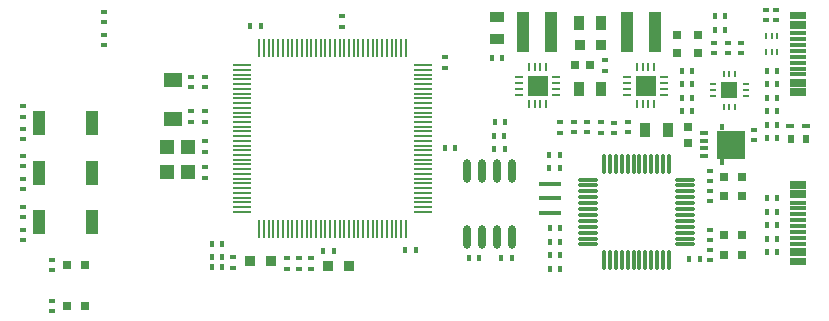
<source format=gtp>
G04*
G04 #@! TF.GenerationSoftware,Altium Limited,Altium Designer,21.1.1 (26)*
G04*
G04 Layer_Color=8421504*
%FSLAX25Y25*%
%MOIN*%
G70*
G04*
G04 #@! TF.SameCoordinates,7EEBE310-2877-491A-A4CC-80A9302AE9BF*
G04*
G04*
G04 #@! TF.FilePolarity,Positive*
G04*
G01*
G75*
%ADD22R,0.01968X0.01575*%
%ADD23R,0.04134X0.07874*%
%ADD24R,0.01575X0.01968*%
%ADD25R,0.02953X0.01575*%
%ADD26R,0.09449X0.09646*%
%ADD27R,0.01575X0.02087*%
%ADD28R,0.02953X0.03150*%
%ADD29O,0.07087X0.01100*%
%ADD30O,0.01100X0.07087*%
%ADD31R,0.06693X0.06693*%
%ADD32R,0.03150X0.00984*%
%ADD33R,0.00984X0.03150*%
%ADD34R,0.02559X0.01181*%
%ADD35R,0.02165X0.03150*%
G04:AMPARAMS|DCode=36|XSize=15.75mil|YSize=74.8mil|CornerRadius=3.94mil|HoleSize=0mil|Usage=FLASHONLY|Rotation=270.000|XOffset=0mil|YOffset=0mil|HoleType=Round|Shape=RoundedRectangle|*
%AMROUNDEDRECTD36*
21,1,0.01575,0.06693,0,0,270.0*
21,1,0.00787,0.07480,0,0,270.0*
1,1,0.00787,-0.03347,-0.00394*
1,1,0.00787,-0.03347,0.00394*
1,1,0.00787,0.03347,0.00394*
1,1,0.00787,0.03347,-0.00394*
%
%ADD36ROUNDEDRECTD36*%
%ADD37R,0.03858X0.13386*%
%ADD38R,0.03150X0.02953*%
%ADD39R,0.00984X0.02362*%
%ADD40R,0.02362X0.00984*%
%ADD41R,0.05709X0.05709*%
%ADD42R,0.05000X0.03500*%
%ADD43R,0.03500X0.05000*%
%ADD44R,0.03000X0.03000*%
%ADD45R,0.03000X0.03000*%
%ADD46R,0.03500X0.03500*%
%ADD47O,0.00906X0.06299*%
%ADD48O,0.06299X0.00906*%
%ADD49O,0.02400X0.08000*%
%ADD50R,0.05709X0.01181*%
%ADD51R,0.04724X0.05118*%
%ADD52R,0.05906X0.04724*%
D22*
X1274783Y1266457D02*
D03*
X1274784Y1270000D02*
D03*
X1518500Y1258654D02*
D03*
Y1262000D02*
D03*
X1504000Y1238229D02*
D03*
Y1241575D02*
D03*
X1284500Y1201729D02*
D03*
Y1205075D02*
D03*
X1284500Y1218771D02*
D03*
Y1215425D02*
D03*
X1504000Y1218729D02*
D03*
Y1222075D02*
D03*
Y1228771D02*
D03*
Y1225425D02*
D03*
X1302000Y1301500D02*
D03*
Y1298153D02*
D03*
Y1290500D02*
D03*
Y1293847D02*
D03*
X1504000Y1248300D02*
D03*
Y1244954D02*
D03*
X1472000Y1264500D02*
D03*
Y1261154D02*
D03*
X1522383Y1298728D02*
D03*
Y1302075D02*
D03*
X1509871Y1291106D02*
D03*
Y1287760D02*
D03*
X1505371Y1291106D02*
D03*
Y1287760D02*
D03*
X1514371Y1291106D02*
D03*
Y1287760D02*
D03*
X1525883Y1298728D02*
D03*
Y1302075D02*
D03*
X1453883Y1261185D02*
D03*
X1453883Y1264728D02*
D03*
X1467383Y1261185D02*
D03*
X1467383Y1264728D02*
D03*
X1381083Y1300074D02*
D03*
X1381083Y1296531D02*
D03*
X1335383Y1276228D02*
D03*
X1335384Y1279771D02*
D03*
X1415384Y1286371D02*
D03*
X1415383Y1282828D02*
D03*
X1335384Y1268271D02*
D03*
X1335383Y1264728D02*
D03*
X1344883Y1216185D02*
D03*
X1344883Y1219728D02*
D03*
X1362883Y1219228D02*
D03*
X1362883Y1215685D02*
D03*
X1366883D02*
D03*
X1366883Y1219228D02*
D03*
X1370883Y1215685D02*
D03*
X1370883Y1219228D02*
D03*
X1335384Y1258271D02*
D03*
X1335383Y1254728D02*
D03*
X1335383Y1246185D02*
D03*
X1335383Y1249728D02*
D03*
X1274883Y1249957D02*
D03*
X1274883Y1253500D02*
D03*
X1330884Y1279771D02*
D03*
X1330883Y1276228D02*
D03*
X1330883Y1264685D02*
D03*
X1330883Y1268228D02*
D03*
X1274883Y1232957D02*
D03*
X1274883Y1236500D02*
D03*
X1468883Y1281882D02*
D03*
Y1285228D02*
D03*
X1274883Y1242457D02*
D03*
Y1245804D02*
D03*
X1274783Y1258957D02*
D03*
Y1262304D02*
D03*
X1274883Y1225457D02*
D03*
Y1228804D02*
D03*
X1458383Y1261228D02*
D03*
Y1264575D02*
D03*
X1462883Y1261228D02*
D03*
Y1264575D02*
D03*
X1476500Y1261229D02*
D03*
Y1264575D02*
D03*
D23*
X1280363Y1264228D02*
D03*
X1297883D02*
D03*
X1280363Y1231228D02*
D03*
X1297883D02*
D03*
X1280363Y1247728D02*
D03*
X1297883D02*
D03*
D24*
X1435383Y1255728D02*
D03*
X1432037D02*
D03*
X1432017Y1260087D02*
D03*
X1435363D02*
D03*
X1432112Y1264729D02*
D03*
X1435458D02*
D03*
X1526372Y1272728D02*
D03*
X1522829Y1272729D02*
D03*
X1526175Y1277260D02*
D03*
X1522829D02*
D03*
X1522828Y1281760D02*
D03*
X1526371Y1281760D02*
D03*
X1526175Y1268228D02*
D03*
X1522829D02*
D03*
X1522828Y1263729D02*
D03*
X1526371Y1263728D02*
D03*
X1523000Y1259500D02*
D03*
X1526346D02*
D03*
X1450340Y1249229D02*
D03*
X1453883Y1249228D02*
D03*
X1450340Y1253729D02*
D03*
X1453883Y1253728D02*
D03*
X1526155Y1239228D02*
D03*
X1522808D02*
D03*
X1526155Y1221228D02*
D03*
X1522808D02*
D03*
Y1234728D02*
D03*
X1526155D02*
D03*
Y1230228D02*
D03*
X1522808D02*
D03*
X1526155Y1225728D02*
D03*
X1522808D02*
D03*
X1494425Y1277228D02*
D03*
X1497771D02*
D03*
Y1272760D02*
D03*
X1494425D02*
D03*
X1497771Y1268260D02*
D03*
X1494425D02*
D03*
X1374883Y1221728D02*
D03*
X1378426Y1221728D02*
D03*
X1405726Y1222031D02*
D03*
X1402183Y1222031D02*
D03*
X1418926Y1256128D02*
D03*
X1415383Y1256128D02*
D03*
X1337728Y1224000D02*
D03*
X1341271Y1224000D02*
D03*
X1354183Y1296729D02*
D03*
X1350640Y1296729D02*
D03*
X1434340Y1219229D02*
D03*
X1437883Y1219228D02*
D03*
X1500543Y1219000D02*
D03*
X1497000Y1219000D02*
D03*
X1431229Y1286000D02*
D03*
X1434575D02*
D03*
X1341154Y1216228D02*
D03*
X1337808D02*
D03*
X1341154Y1219728D02*
D03*
X1337808D02*
D03*
X1426883Y1219228D02*
D03*
X1423537D02*
D03*
X1450537Y1224728D02*
D03*
X1453883D02*
D03*
X1450537Y1220228D02*
D03*
X1453883D02*
D03*
X1450537Y1215728D02*
D03*
X1453883D02*
D03*
X1505500Y1295500D02*
D03*
X1508846D02*
D03*
X1453883Y1229228D02*
D03*
X1450537D02*
D03*
X1505500Y1300000D02*
D03*
X1508846D02*
D03*
X1494425Y1281728D02*
D03*
X1497771D02*
D03*
D25*
X1502000Y1253382D02*
D03*
Y1261059D02*
D03*
Y1255941D02*
D03*
Y1258500D02*
D03*
D26*
X1510760Y1257220D02*
D03*
D27*
X1508004Y1251354D02*
D03*
Y1263087D02*
D03*
D28*
X1289404Y1203428D02*
D03*
X1295507D02*
D03*
X1289404Y1216928D02*
D03*
X1295507D02*
D03*
X1508500Y1227000D02*
D03*
X1514602D02*
D03*
X1508500Y1220500D02*
D03*
X1514602D02*
D03*
X1508500Y1246500D02*
D03*
X1514602D02*
D03*
X1508500Y1240000D02*
D03*
X1514602D02*
D03*
D29*
X1463338Y1245555D02*
D03*
Y1243587D02*
D03*
Y1241618D02*
D03*
Y1239650D02*
D03*
Y1237681D02*
D03*
Y1235713D02*
D03*
Y1233744D02*
D03*
Y1231776D02*
D03*
Y1229807D02*
D03*
Y1227839D02*
D03*
Y1225870D02*
D03*
Y1223902D02*
D03*
X1495428D02*
D03*
Y1225870D02*
D03*
Y1227839D02*
D03*
Y1229807D02*
D03*
Y1231776D02*
D03*
Y1233744D02*
D03*
Y1235713D02*
D03*
Y1237681D02*
D03*
Y1239650D02*
D03*
Y1241618D02*
D03*
Y1243587D02*
D03*
Y1245555D02*
D03*
D30*
X1468556Y1218684D02*
D03*
X1470525D02*
D03*
X1472493D02*
D03*
X1474462D02*
D03*
X1476430D02*
D03*
X1478399D02*
D03*
X1480367D02*
D03*
X1482336D02*
D03*
X1484304D02*
D03*
X1486273D02*
D03*
X1488241D02*
D03*
X1490210D02*
D03*
Y1250773D02*
D03*
X1488241D02*
D03*
X1486273D02*
D03*
X1484304D02*
D03*
X1482336D02*
D03*
X1480367D02*
D03*
X1478399D02*
D03*
X1476430D02*
D03*
X1474462D02*
D03*
X1472493D02*
D03*
X1470525D02*
D03*
X1468556D02*
D03*
D31*
X1482383Y1276728D02*
D03*
X1446383D02*
D03*
D32*
X1488484Y1279681D02*
D03*
Y1277713D02*
D03*
Y1275744D02*
D03*
Y1273776D02*
D03*
X1476282D02*
D03*
Y1275744D02*
D03*
Y1277713D02*
D03*
Y1279681D02*
D03*
X1452484D02*
D03*
Y1277713D02*
D03*
Y1275744D02*
D03*
Y1273776D02*
D03*
X1440282D02*
D03*
Y1275744D02*
D03*
Y1277713D02*
D03*
Y1279681D02*
D03*
D33*
X1485336Y1270728D02*
D03*
X1483367D02*
D03*
X1481399D02*
D03*
X1479430D02*
D03*
Y1282929D02*
D03*
X1481399D02*
D03*
X1483367D02*
D03*
X1485336D02*
D03*
X1449336Y1270728D02*
D03*
X1447367D02*
D03*
X1445399D02*
D03*
X1443430D02*
D03*
Y1282929D02*
D03*
X1445399D02*
D03*
X1447367D02*
D03*
X1449336D02*
D03*
D34*
X1535815Y1263500D02*
D03*
X1530500D02*
D03*
D35*
X1531000Y1259000D02*
D03*
X1535921D02*
D03*
D36*
X1450383Y1243953D02*
D03*
Y1239228D02*
D03*
Y1234504D02*
D03*
D37*
X1485383Y1294728D02*
D03*
X1476052D02*
D03*
X1450883D02*
D03*
X1441553D02*
D03*
D38*
X1499900Y1293700D02*
D03*
Y1287597D02*
D03*
X1493000Y1293700D02*
D03*
Y1287597D02*
D03*
D39*
X1508403Y1280772D02*
D03*
X1510371D02*
D03*
X1512340D02*
D03*
X1508403Y1269748D02*
D03*
X1510371D02*
D03*
X1512340D02*
D03*
X1522415Y1293287D02*
D03*
X1524383D02*
D03*
X1526352D02*
D03*
X1522415Y1288169D02*
D03*
X1524383D02*
D03*
X1526352D02*
D03*
D40*
X1504860Y1273291D02*
D03*
Y1275260D02*
D03*
Y1277228D02*
D03*
X1515883Y1273291D02*
D03*
Y1275260D02*
D03*
Y1277228D02*
D03*
D41*
X1510371Y1275260D02*
D03*
D42*
X1432883Y1299709D02*
D03*
Y1292228D02*
D03*
D43*
X1460122Y1275728D02*
D03*
X1467602D02*
D03*
X1460122Y1297728D02*
D03*
X1467602D02*
D03*
X1489740Y1262000D02*
D03*
X1482259D02*
D03*
D44*
X1463883Y1283728D02*
D03*
X1458765D02*
D03*
D45*
X1496500Y1257882D02*
D03*
Y1263000D02*
D03*
D46*
X1460555Y1290228D02*
D03*
X1467555D02*
D03*
X1376383Y1216728D02*
D03*
X1383383D02*
D03*
X1357383Y1218228D02*
D03*
X1350383D02*
D03*
D47*
X1353637Y1289350D02*
D03*
X1355212D02*
D03*
X1356786D02*
D03*
X1358361D02*
D03*
X1359936D02*
D03*
X1361511D02*
D03*
X1363085D02*
D03*
X1364660D02*
D03*
X1366235D02*
D03*
X1367810D02*
D03*
X1369385D02*
D03*
X1370960D02*
D03*
X1372534D02*
D03*
X1374109D02*
D03*
X1375684D02*
D03*
X1377259D02*
D03*
X1378834D02*
D03*
X1380408D02*
D03*
X1381983D02*
D03*
X1383558D02*
D03*
X1385133D02*
D03*
X1386708D02*
D03*
X1388282D02*
D03*
X1389857D02*
D03*
X1391432D02*
D03*
X1393007D02*
D03*
X1394582D02*
D03*
X1396156D02*
D03*
X1397731D02*
D03*
X1399306D02*
D03*
X1400881D02*
D03*
X1402456D02*
D03*
X1396156Y1229107D02*
D03*
X1402456D02*
D03*
X1400881D02*
D03*
X1399306D02*
D03*
X1397731D02*
D03*
X1394582D02*
D03*
X1393007D02*
D03*
X1391432D02*
D03*
X1389857D02*
D03*
X1388282D02*
D03*
X1386708D02*
D03*
X1385133D02*
D03*
X1383558D02*
D03*
X1381983D02*
D03*
X1380408D02*
D03*
X1378834D02*
D03*
X1377259D02*
D03*
X1375684D02*
D03*
X1374109D02*
D03*
X1372534D02*
D03*
X1370959D02*
D03*
X1369385D02*
D03*
X1367810D02*
D03*
X1366235D02*
D03*
X1364660D02*
D03*
X1363085D02*
D03*
X1361511D02*
D03*
X1359936D02*
D03*
X1358361D02*
D03*
X1356786D02*
D03*
X1355212D02*
D03*
X1353637D02*
D03*
D48*
X1408167Y1283638D02*
D03*
Y1282063D02*
D03*
Y1280488D02*
D03*
Y1278913D02*
D03*
Y1277339D02*
D03*
Y1275764D02*
D03*
Y1274189D02*
D03*
Y1272614D02*
D03*
Y1271039D02*
D03*
Y1269465D02*
D03*
Y1267890D02*
D03*
Y1266315D02*
D03*
Y1264740D02*
D03*
Y1263165D02*
D03*
Y1261591D02*
D03*
Y1260016D02*
D03*
Y1258441D02*
D03*
Y1256866D02*
D03*
Y1255291D02*
D03*
Y1253716D02*
D03*
Y1252142D02*
D03*
Y1250567D02*
D03*
Y1248992D02*
D03*
Y1247417D02*
D03*
Y1245842D02*
D03*
Y1244268D02*
D03*
Y1242693D02*
D03*
Y1241118D02*
D03*
Y1239543D02*
D03*
Y1237969D02*
D03*
Y1236394D02*
D03*
X1347925Y1234819D02*
D03*
Y1236394D02*
D03*
Y1237969D02*
D03*
Y1239543D02*
D03*
Y1241118D02*
D03*
Y1242693D02*
D03*
Y1244268D02*
D03*
Y1245842D02*
D03*
Y1247417D02*
D03*
Y1248992D02*
D03*
Y1250567D02*
D03*
Y1252142D02*
D03*
Y1253716D02*
D03*
Y1255291D02*
D03*
Y1256866D02*
D03*
Y1258441D02*
D03*
Y1260016D02*
D03*
Y1261591D02*
D03*
Y1263165D02*
D03*
Y1264740D02*
D03*
Y1266315D02*
D03*
Y1267890D02*
D03*
Y1269465D02*
D03*
Y1271039D02*
D03*
Y1272614D02*
D03*
Y1274189D02*
D03*
Y1275764D02*
D03*
Y1277339D02*
D03*
Y1278913D02*
D03*
Y1280488D02*
D03*
Y1282063D02*
D03*
X1408167Y1234819D02*
D03*
X1347925Y1283638D02*
D03*
D49*
X1422883Y1226228D02*
D03*
X1427883D02*
D03*
X1432883D02*
D03*
X1437883D02*
D03*
X1422883Y1248228D02*
D03*
X1432883D02*
D03*
X1437883D02*
D03*
X1427883D02*
D03*
D50*
X1533320Y1237881D02*
D03*
Y1235912D02*
D03*
Y1224101D02*
D03*
Y1226070D02*
D03*
Y1231975D02*
D03*
Y1230007D02*
D03*
Y1228038D02*
D03*
Y1233944D02*
D03*
Y1240046D02*
D03*
Y1241227D02*
D03*
Y1221936D02*
D03*
Y1220755D02*
D03*
Y1244377D02*
D03*
Y1243196D02*
D03*
Y1218786D02*
D03*
Y1217605D02*
D03*
X1533379Y1294348D02*
D03*
Y1292379D02*
D03*
Y1280568D02*
D03*
Y1282537D02*
D03*
Y1288442D02*
D03*
Y1286474D02*
D03*
Y1284505D02*
D03*
Y1290411D02*
D03*
Y1296513D02*
D03*
Y1297694D02*
D03*
Y1278403D02*
D03*
Y1277222D02*
D03*
Y1300844D02*
D03*
Y1299663D02*
D03*
Y1275253D02*
D03*
Y1274072D02*
D03*
D51*
X1323037Y1256362D02*
D03*
Y1248094D02*
D03*
X1329730D02*
D03*
Y1256362D02*
D03*
D52*
X1324883Y1265732D02*
D03*
Y1278724D02*
D03*
M02*

</source>
